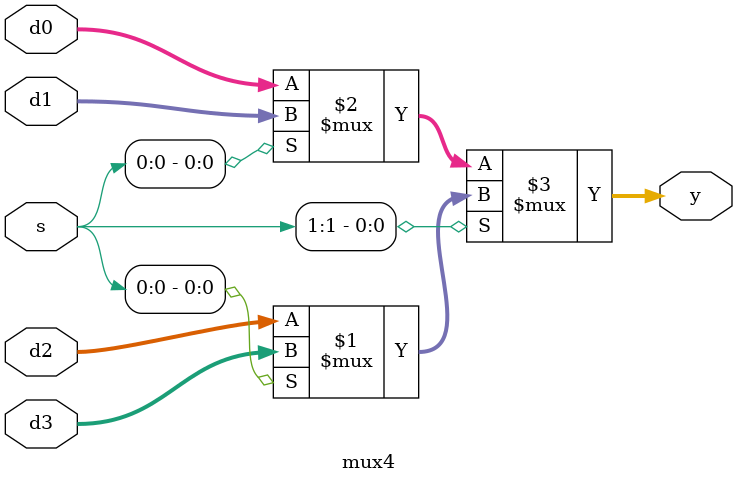
<source format=sv>
`timescale 1ns / 1ps


//module top  (input   logic 	 clk, reset,                        
//	     output logic [31:0] ALUOut, ResultW, instrOut, WriteDataM,
//	     output logic StallD, StallF, 
//         output logic [31:0] PCF);
         
//    logic [31:0] ReadDataW;    

//    // instantiate processor and memories  
//    mips mips (clk, reset, PCF, ALUOut, ResultW, instrOut, WriteDataM, StallD, StallF);  
//   //  imem imem (PCF[5:0], instr);  
//   //  dmem dmem (clk, we, ALUOut, WriteDataM, ReadDataW);

   

//endmodule

// Define pipes that exist in the PipelinedDatapath. 
// The pipe between Writeback (W) and Fetch (F), as well as Fetch (F) and Decode (D) is given to you.
// Create the rest of the pipes where inputs follow the naming conventions in the book.


module PipeFtoD(input logic[31:0] instr, PcPlus4F,
                input logic EN, clk, reset,		// StallD will be connected as this EN
                output logic[31:0] instrD, PcPlus4D);
    
    always_ff @(posedge clk, posedge reset)begin
        if (reset)begin
            instrD <= 0;
            PcPlus4D <= 0;
        end
        else if(EN)
            begin
            instrD <= instr;
            PcPlus4D <= PcPlus4F;
            end
        else begin
            instrD <= instrD;
            PcPlus4D <= PcPlus4D;
        end
    end
endmodule

// Similarly, the pipe between Writeback (W) and Fetch (F) is given as follows.

module PipeWtoF(input logic[31:0] PC,
                input logic EN, clk, reset,		// StallF will be connected as this EN
                output logic[31:0] PCF);
    
    always_ff @(posedge clk, posedge reset)begin
        if (reset)
            PCF <= 0;
        else if(EN)
            begin
            PCF <= PC;
            end
        else 
            PCF <= PCF;
    end
endmodule

// *******************************************************************************
// Below, you are given the argument lists of the modules PipeDtoE, PipeEtoM, PipeMtoW.
// You should implement them by looking at pipelined processor image given to you.   
// Don't forget that these codes are tested but you can always make changes if you want.
// Note that some output logics there for debugging purposes, in other words to trace their values in simulation.
// *******************************************************************************


module PipeDtoE(input logic clr, clk, reset, RegWriteD, MemtoRegD, MemWriteD,
                input logic[2:0] AluControlD,
                input logic AluSrcD, RegDstD, BranchD,
                input logic[31:0] RD1D, RD2D,
                input logic[4:0] RsD, RtD, RdD,
                input logic[31:0] SignImmD,
                input logic[31:0] PCPlus4D,
                    output logic RegWriteE, MemtoRegE, MemWriteE,
                    output logic[2:0] AluControlE,
                    output logic AluSrcE, RegDstE, BranchE,
                    output logic[31:0] RD1E, RD2E,
                    output logic[4:0] RsE, RtE, RdE,
                    output logic[31:0] SignImmE,
                    output logic[31:0] PCPlus4E);

    always_ff @(posedge clk, posedge reset)begin
        // ******************************************************************************
        // YOUR CODE HERE
        // ******************************************************************************
        if (reset)begin
            RegWriteE <= 0;
            MemtoRegE <= 0;
            MemWriteE <= 0;
            AluControlE <= 0;
            AluSrcE <= 0;
            RegDstE <= 0;
            BranchE <= 0;
            RD1E <= 0;
            RD2E <= 0;
            RsE <= 0;
            RtE <= 0;
            RdE <= 0;
            SignImmE <= 0;
            PCPlus4E <= 0;
        end
        else if(clr)
            begin
            RegWriteE <= 0;
            MemtoRegE <= 0;
            MemWriteE <= 0;
            AluControlE <= 0;
            AluSrcE <= 0;
            RegDstE <= 0;
            BranchE <= 0;
            RD1E <= 0;          
            RD2E <= 0;
            RsE <= 0;
            RtE <= 0;
            RdE <= 0;
            SignImmE <= 0;
            PCPlus4E <= 0;
            end
        else begin
            RegWriteE <= RegWriteD;
            MemtoRegE <= MemtoRegD;
            MemWriteE <= MemWriteD;
            AluControlE <= AluControlD;
            AluSrcE <= AluSrcD;
            RegDstE <= RegDstD;
            BranchE <= BranchD;        
            RD1E <= RD1D;
            RD2E <= RD2D;
            RsE <= RsD;
            RtE <= RtD;
            RdE <= RdD;
            SignImmE <= SignImmD;
            PCPlus4E <= PCPlus4D;
        end        
    end
endmodule

module PipeEtoM(input logic clk, reset, RegWriteE, MemtoRegE, MemWriteE, BranchE, Zero,
                input logic[31:0] ALUOut,
                input logic [31:0] WriteDataE,
                input logic[4:0] WriteRegE,
                input logic[31:0] PCBranchE,
                    output logic RegWriteM, MemtoRegM, MemWriteM, BranchM, ZeroM,
                    output logic[31:0] ALUOutM,
                    output logic [31:0] WriteDataM,
                    output logic[4:0] WriteRegM,
                    output logic[31:0] PCBranchM);
    
    always_ff @(posedge clk, posedge reset) begin
        // ******************************************************************************
        // YOUR CODE HERE
        // ******************************************************************************
        if (reset)begin
            RegWriteM <= 0;
            MemtoRegM <= 0;
            MemWriteM <= 0;
            BranchM <= 0;
            ZeroM <= 0;
            ALUOutM <= 0;
            WriteDataM <= 0;
            WriteRegM <= 0;
            PCBranchM <= 0;
        end 
        else begin
            RegWriteM <= RegWriteE;
            MemtoRegM <= MemtoRegE;
            MemWriteM <= MemWriteE;
            BranchM <= BranchE;
            ZeroM <= Zero;
            ALUOutM <= ALUOut;
            WriteDataM <= WriteDataE;
            WriteRegM <= WriteRegE;
            PCBranchM <= PCBranchE;
        end       
    end
endmodule

module PipeMtoW(input logic clk, reset, RegWriteM, MemtoRegM,
                input logic[31:0] ReadDataM, ALUOutM,
                input logic[4:0] WriteRegM,
                    output logic RegWriteW, MemtoRegW,
                    output logic[31:0] ReadDataW, ALUOutW,
                    output logic[4:0] WriteRegW);

		always_ff @(posedge clk, posedge reset) begin
            // ******************************************************************************
		    // YOUR CODE HERE
            // ******************************************************************************
            if(reset) begin
                RegWriteW <= 0;
                MemtoRegW <= 0;
                ReadDataW <= 0;
                ALUOutW <= 0;
                WriteRegW <= 0;
            end
            else begin
                RegWriteW <= RegWriteM;
                MemtoRegW <= MemtoRegM;
                ReadDataW <= ReadDataM;
                ALUOutW <= ALUOutM;
                WriteRegW <= WriteRegM;               
            end
        end
endmodule



// *******************************************************************************
// End of the individual pipe definitions.
// ******************************************************************************

// *******************************************************************************
// Below is the definition of the datapath.
// The signature of the module is given. The datapath will include (not limited to) the following items:
//  (1) Adder that adds 4 to PC
//  (2) Shifter that shifts SignImmE to left by 2
//  (3) Sign extender and Register file
//  (4) PipeFtoD
//  (5) PipeDtoE and ALU
//  (5) Adder for PCBranchM
//  (6) PipeEtoM and Data Memory
//  (7) PipeMtoW
//  (8) Many muxes
//  (9) Hazard unit
//  ...?
// *******************************************************************************

module datapath (input  logic clk, reset,
		         input logic [31:0] PCF,	
		         input logic RegWriteD, MemtoRegD, MemWriteD,
		         input logic [2:0] ALUControlD,
		         input logic AluSrcD, RegDstD, BranchD,
		             output logic PCSrcM, StallD, StallF,
		             output logic[31:0] PCBranchM, PCPlus4F, instrD, ALUOut, ResultW, WriteDataM); 

	// ********************************************************************
	// Here, define the wires (logics) that are needed inside this pipelined datapath module
    // You are given the wires connecting the Hazard Unit.
    // Notice that StallD and StallF are given as output for debugging
	// ********************************************************************

	logic FlushE;
	logic [1:0] ForwardAE, ForwardBE;		
	// Add necessary wires (logics).
	//logic [31:0] PC;
	logic [31:0] instrF;
	logic [31:0] dataResult;
	logic RegWriteE, MemtoRegE, MemWriteE, ALUSrcE, RegDstE, BranchE;
	logic [2:0] ALUControlE;
	logic RegWriteM, MemtoRegM, MemWriteM;
	logic RegWriteW, MemtoRegW;
	logic Zero, ZeroM, BranchM;
	logic [31:0] PCBranch, SignImmsh;
	logic [31:0] RD1D, RD2D;
	logic [31:0] RD1E, RD2E;
	logic [31:0] PCBranchE;
    logic [31:0] SignImmD, SignImmE, WriteDataE, resultMuxF;
    logic [31:0] PCPlus4D, PCPlus4E; 
    logic [31:0] ALUOutM, ALUOutW;
    logic [31:0] ReadDataW, ReadDataM;
    logic [31:0] SrcAE, SrcBE;
    logic [4:0] RsD, RtD, RdD, RsE, RtE, RdE;
    logic [4:0] WriteRegE, WriteRegM, WriteRegW;
	// ********************************************************************
	// Instantiate the required modules below in the order of the datapath flow.
	// ********************************************************************
	
	assign PCSrcM = ZeroM & BranchM; // YOUR CODE HERE
	assign RsD = instrD[25:21]; // YOUR CODE HERE
    assign RtD = instrD[20:16]; // YOUR CODE HERE
    assign RdD = instrD[15:11]; // YOUR CODE HERE
    assign WriteDataE = resultMuxF; // YOUR CODE HERE  it will be defined later
    
	// Below, PipeFtoD and regfile instantiations are given
    // Add other instantiations
    // BE CAREFUL ABOUT THE ORDER OF PARAMETERS!
	// flopr #(32) pcreg(clk, reset, pcnext, PCounter);
	//mux2 pcmux(PCPlus4F, PCBranchM, PCSrcM, PC);
	
    //PipeWtoF wtf(PC, StallF, clk , reset, PCF );
    HazardUnit hzd(RegWriteW, WriteRegW, RegWriteM, WriteRegM, MemtoRegE, RsE, RtE, RsD, RtD, ForwardAE, ForwardBE,
    FlushE, StallD, StallF);
    
	imem imemm(PCF[5:0], instrF);  
	
    adder pcadd1(PCF, 4, PCPlus4F);
	
	PipeFtoD ftd(instrF, PCPlus4F, ~StallD, clk, reset, instrD, PCPlus4D); 
	
	regfile rf (clk, RegWriteW, RsD, RtD,
            WriteRegW, ResultW, RD1D, RD2D);     
	
	signext se(instrD[15:0], SignImmD);

    PipeDtoE dte(FlushE, clk, reset, RegWriteD, MemtoRegD, MemWriteD, ALUControlD, AluSrcD, RegDstD, BranchD, RD1D, RD2D, RsD, RtD, RdD,
	             SignImmD, PCPlus4D, RegWriteE, MemtoRegE, MemWriteE, ALUControlE, ALUSrcE, RegDstE, BranchE, RD1E, RD2E, RsE, RtE, RdE, SignImmE, PCPlus4E);
	
	mux2 #(5) wregmux(RtE, RdE, RegDstE, WriteRegE);
		             	
    mux4 #(32) srcamux(RD1E, ResultW, ALUOutM, 0, ForwardAE, SrcAE);
    
	mux4 #(32) srcbmuxFirst(RD2E, ResultW, ALUOutM, 0, ForwardBE, resultMuxF); //// ???????*
	
	mux2 #(32) srcbmuxSecond(resultMuxF, SignImmE, ALUSrcE, SrcBE);
	
	alu alu(SrcAE, SrcBE, ALUControlE, ALUOut, Zero, reset);

    sl2 immsh(SignImmE, SignImmsh);
    
    adder pcadd2(SignImmsh, PCPlus4E, PCBranchE);
    
	PipeEtoM etm(clk, reset, RegWriteE, MemtoRegE, MemWriteE, BranchE, Zero, ALUOut, WriteDataE, WriteRegE, PCBranchE, RegWriteM, MemtoRegM, 
	             MemWriteM, BranchM, ZeroM, ALUOutM, WriteDataM, WriteRegM, PCBranchM);
	
	dmem datamem(clk, MemWriteM, ALUOutM, WriteDataM, ReadDataM);
	
	// PipeMtoW mtw(clk, reset, RegWriteM, MemtoRegM, ReadDataM, ALUOutM, WriteRegM, RegWriteW, MemtoRegW, ReadDataW, ALUOutW, WriteRegW );
	PipeMtoW mtw(clk, reset, RegWriteM, MemtoRegM, ReadDataM, ALUOutM, WriteRegM, RegWriteW, MemtoRegW, ReadDataW, ALUOutW, WriteRegW );
   
    mux2 #(32) finalmux(ReadDataW, ALUOutW, MemtoRegW, ResultW);                         
	

endmodule



// Hazard Unit with inputs and outputs named
// according to the convention that is followed on the book.

module HazardUnit( input logic RegWriteW,
                input logic [4:0] WriteRegW,
                input logic RegWriteM,
                input logic [4:0] WriteRegM,
                input logic MemtoRegE,
                input logic [4:0] rsE,rtE,
                input logic [4:0] rsD,rtD,
                output logic [1:0] ForwardAE, ForwardBE,
                output logic FlushE,StallD,StallF);
   
    logic lwstall;
    always_comb begin
        // ********************************************************************
        // Here, write equations for the Hazard Logic.
        // If you have troubles, please study pages ~420-430 in your book.
        // ********************************************************************
        if((rsE != 0) & (rsE == WriteRegM) & RegWriteM)begin
             ForwardAE = 10;
        end
        else begin
            if((rsE != 0) & (rsE == WriteRegW) & RegWriteW)begin
                ForwardAE = 01;
            end
            else begin
                ForwardAE = 00;
            end
        end    
        if((rtE != 0) & (rtE == WriteRegM) & RegWriteM)begin
             ForwardBE = 10;
        end
        else begin
            if((rtE != 0) & (rtE == WriteRegW) & RegWriteW)begin
                ForwardBE = 01;
            end
            else begin
                ForwardBE = 00;
            end
        end

    end

         
    assign lwstall = ((rsD == rtD) | (rtD == rtE)) & MemtoRegE;
    assign StallD = lwstall;
    assign StallF = StallD;
    assign FlushE = StallD;
     
endmodule


module mips (input  logic        clk, reset,
             output logic[31:0]  PCF,
             output logic[31:0]  ALUOut, ResultW,
             output logic[31:0]  instrD, WriteDataM,
             output logic StallD, StallF);

    // ********************************************************************
    // You can change the logics below but if you didn't change the signitures of 
    // above modules you will need these.
    // ********************************************************************

    logic MemtoRegD, zero, AluSrcD, RegDstD, RegWriteD, jump, PCSrcM, BranchD, MemWriteD;
    logic [31:0] PCPlus4F, PCm, PCBranchM;
    logic [2:0] ALUControlD;
    //assign instrOut = instr;
   
	// ********************************************************************
	// Below, instantiate a controller and a datapath with their new (if modified) 
	// signatures and corresponding connections.
    // Also, you might want to instantiate PipeWtoF and pcsrcmux here.
    // Note that this is not the only solution.
    // You can do it in your way as long as it works.
	// *******************************************************************
   	mux2 #(32) pcsrcmux(PCPlus4F, PCBranchM, PCSrcM, PCm);
	
	PipeWtoF pwtf(PCm, ~StallF , clk, reset, PCF);
	
    datapath dp(clk, reset, PCF, RegWriteD, MemtoRegD, MemWriteD, ALUControlD, AluSrcD, RegDstD, BranchD, PCSrcM, StallD, StallF, 
                    PCBranchM, PCPlus4F, instrD, ALUOut, ResultW, WriteDataM); 
                    
    controller c(instrD[31:26], instrD[5:0], MemtoRegD, MemWriteD, AluSrcD, RegDstD, RegWriteD, jump, ALUControlD, BranchD); 
     

endmodule


// External instruction memory used by MIPS single-cycle
// processor. It models instruction memory as a stored-program 
// ROM, with address as input, and instruction as output
// Modify it to test your own programs.

module imem ( input logic [5:0] addr, output logic [31:0] instr);

// imem is modeled as a lookup table, a stored-program byte-addressable ROM
	always_comb
	   case ({addr})		   	// word-aligned fetch
//
// 	***************************************************************************
//	Here, you should paste the test cases that are given to you in lab document.
//  You can write your own test cases and try it as well.
//	Below is the program from the single-cycle lab.
//	***************************************************************************
//

8'h00: instr = 32'h20080007;
8'h04: instr = 32'h20090005;
8'h08: instr = 32'h200a0000;
8'h0c: instr = 32'h210b000f;
8'h10: instr = 32'h01095020;
8'h14: instr = 32'h01095025;
8'h18: instr = 32'h01095024;
8'h1c: instr = 32'h01095022;
8'h20: instr = 32'h0109502a;
8'h24: instr = 32'had280002;
8'h28: instr = 32'h8d090000;
8'h2c: instr = 32'h1100fff5;
8'h30: instr = 32'h200a000a;
8'h34: instr = 32'h2009000c;

8'h38: instr = 32'h20080005;
8'h3c: instr = 32'h21090006;
8'h40: instr = 32'h01285020;

//8'h44: instr = 32'h20080005;
//8'h48: instr = 32'h20090006;
//8'h4c: instr = 32'h20040001;
//8'h50: instr = 32'h20050002;
//8'h54: instr = 32'had280000;
//8'h58: instr = 32'h8d090001;
//8'h5c: instr = 32'h01245020;
//8'h60: instr = 32'h01255022;

//8'h64: instr = 32'h20090002;
//8'h68: instr = 32'h10000002;
//8'h6c: instr = 32'h20090005;
//8'h70: instr = 32'h21290006;
//8'h74: instr = 32'h20090008;
//8'h78: instr = 32'h20040000;
//8'h7c: instr = 32'h20050000;
//8'h80: instr = 32'hac090000;
		
			// j 48, so it will loop here
	     default:  instr = {32{1'bx}};	// unknown address
	   endcase
endmodule


// 	***************************************************************************
//	Below are the modules that you shouldn't need to modify at all..
//	***************************************************************************

module controller(input  logic[5:0] op, funct,
                  output logic     memtoreg, memwrite,
                  output logic     alusrc,
                  output logic     regdst, regwrite,
                  output logic     jump,
                  output logic[2:0] alucontrol,
                  output logic branch);

   logic [1:0] aluop;

   maindec md (op, memtoreg, memwrite, branch, alusrc, regdst, regwrite, 
         jump, aluop);

   aludec  ad (funct, aluop, alucontrol);

endmodule

// External data memory used by MIPS single-cycle processor

module dmem (input  logic        clk, we,
             input  logic[31:0]  a, wd,
             output logic[31:0]  rd);

   logic  [31:0] RAM[63:0];
  
   assign rd = RAM[a[31:2]];    // word-aligned  read (for lw)

   always_ff @(posedge clk)
     if (we)
       RAM[a[31:2]] <= wd;      // word-aligned write (for sw)

endmodule

module maindec (input logic[5:0] op, 
	              output logic memtoreg, memwrite, branch,
	              output logic alusrc, regdst, regwrite, jump,
	              output logic[1:0] aluop );
   logic [8:0] controls;

   assign {regwrite, regdst, alusrc, branch, memwrite,
                memtoreg,  aluop, jump} = controls;

  always_comb
    case(op)
      6'b000000: controls <= 9'b110000100; // R-type
      6'b100011: controls <= 9'b101001000; // LW
      6'b101011: controls <= 9'b001010000; // SW
      6'b000100: controls <= 9'b000100010; // BEQ
      6'b001000: controls <= 9'b101000000; // ADDI
      6'b000010: controls <= 9'b000000001; // J
      default:   controls <= 9'bxxxxxxxxx; // illegal op
    endcase
endmodule

module aludec (input    logic[5:0] funct,
               input    logic[1:0] aluop,
               output   logic[2:0] alucontrol);
  always_comb
    case(aluop)
      2'b00: alucontrol  = 3'b010;  // add  (for lw/sw/addi)
      2'b01: alucontrol  = 3'b110;  // sub   (for beq)
      default: case(funct)          // R-TYPE instructions
          6'b100000: alucontrol  = 3'b010; // ADD
          6'b100010: alucontrol  = 3'b110; // SUB
          6'b100100: alucontrol  = 3'b000; // AND
          6'b100101: alucontrol  = 3'b001; // OR
          6'b101010: alucontrol  = 3'b111; // SLT
          default:   alucontrol  = 3'bxxx; // ???
        endcase
    endcase
endmodule

module regfile (input    logic clk, we3, 
                input    logic[4:0]  ra1, ra2, wa3, 
                input    logic[31:0] wd3, 
                output   logic[31:0] rd1, rd2);

  logic [31:0] rf [31:0];

  // three ported register file: read two ports combinationally
  // write third port on rising edge of clock. Register0 hardwired to 0.

  always_ff @(negedge clk)
     if (we3) 
         rf [wa3] <= wd3;	

  assign rd1 = (ra1 != 0) ? rf [ra1] : 0;
  assign rd2 = (ra2 != 0) ? rf[ ra2] : 0;

endmodule

module alu(input  logic [31:0] a, b, 
           input  logic [2:0]  alucont, 
           output logic [31:0] result,
           output logic zero, input logic reset);

    always_comb begin
        case(alucont)
            3'b010: result = a + b;
            3'b110: result = a - b;
            3'b000: result = a & b;
            3'b001: result = a | b;
            3'b111: result = (a < b) ? 1 : 0;
            default: result = {32{1'bx}};
        endcase
        if(reset)
            result = 0;
        end
    
    assign zero = (result == 0) ? 1'b1 : 1'b0;
    
endmodule

module adder (input  logic[31:0] a, b,
              output logic[31:0] y);
     
     assign y = a + b;
endmodule

module sl2 (input  logic[31:0] a,
            output logic[31:0] y);
     
     assign y = {a[29:0], 2'b00}; // shifts left by 2
endmodule

module signext (input  logic[15:0] a,
                output logic[31:0] y);
              
  assign y = {{16{a[15]}}, a};    // sign-extends 16-bit a
endmodule

// parameterized register
module flopr #(parameter WIDTH = 8)
              (input logic clk, reset, 
	       input logic[WIDTH-1:0] d, 
               output logic[WIDTH-1:0] q);

  always_ff@(posedge clk, posedge reset)
    if (reset) q <= 0; 
    else       q <= d;
endmodule


// paramaterized 2-to-1 MUX
module mux2 #(parameter WIDTH = 8)
             (input  logic[WIDTH-1:0] d0, d1,  
              input  logic s, 
              output logic[WIDTH-1:0] y);
  
   assign y = s ? d1 : d0; 
endmodule

// paramaterized 4-to-1 MUX
module mux4 #(parameter WIDTH = 8)
             (input  logic[WIDTH-1:0] d0, d1, d2, d3,  
              input  logic[1:0] s, 
              output logic[WIDTH-1:0] y);
  
   assign y = s[1] ? (s[0] ? d3 : d2) : (s[0] ? d1 : d0); 
endmodule
</source>
